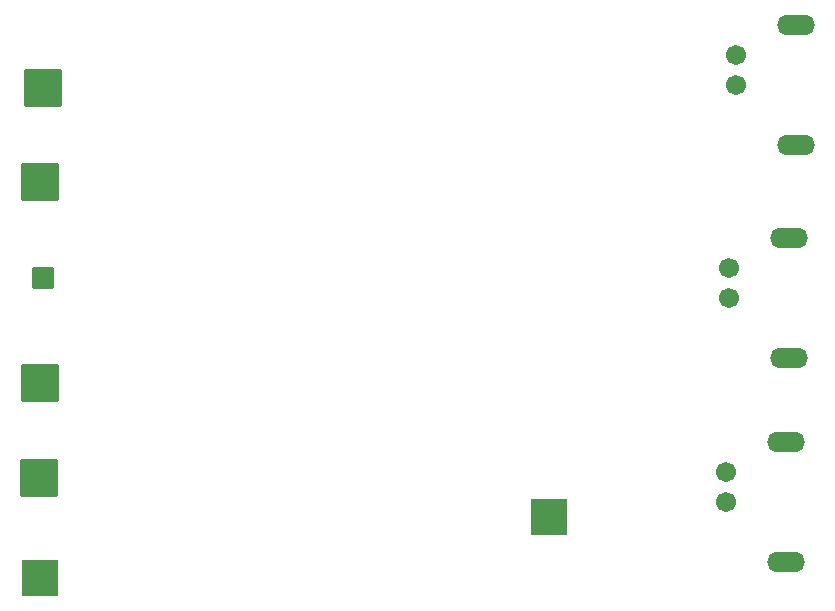
<source format=gbs>
G04 Layer: BottomSolderMaskLayer*
G04 EasyEDA v6.5.40, 2024-07-22 10:49:34*
G04 Gerber Generator version 0.2*
G04 Scale: 100 percent, Rotated: No, Reflected: No *
G04 Dimensions in inches *
G04 leading zeros omitted , absolute positions ,3 integer and 6 decimal *
%FSLAX36Y36*%
%MOIN*%

%AMMACRO1*1,1,$1,$2,$3*1,1,$1,$4,$5*1,1,$1,0-$2,0-$3*1,1,$1,0-$4,0-$5*20,1,$1,$2,$3,$4,$5,0*20,1,$1,$4,$5,0-$2,0-$3,0*20,1,$1,0-$2,0-$3,0-$4,0-$5,0*20,1,$1,0-$4,0-$5,$2,$3,0*4,1,4,$2,$3,$4,$5,0-$2,0-$3,0-$4,0-$5,$2,$3,0*%
%ADD10C,0.0670*%
%ADD11O,0.12611X0.067055*%
%ADD12MACRO1,0.004X-0.0591X0.0591X0.0591X0.0591*%
%ADD13MACRO1,0.008X-0.0315X0.0315X0.0315X0.0315*%
%ADD14MACRO1,0.008X-0.0591X0.0591X0.0591X0.0591*%

%LPD*%
D10*
G01*
X2475000Y-345000D03*
G01*
X2475000Y-245000D03*
D11*
G01*
X2675000Y-545000D03*
G01*
X2675000Y-145000D03*
D10*
G01*
X2450000Y-1055000D03*
G01*
X2450000Y-955000D03*
D11*
G01*
X2650000Y-1255000D03*
G01*
X2650000Y-855000D03*
D10*
G01*
X2440000Y-1735000D03*
G01*
X2440000Y-1635000D03*
D11*
G01*
X2640000Y-1935000D03*
G01*
X2640000Y-1535000D03*
D12*
G01*
X155000Y-1990000D03*
G01*
X1850000Y-1785000D03*
D13*
G01*
X165000Y-990000D03*
D14*
G01*
X165000Y-355000D03*
G01*
X155000Y-670000D03*
G01*
X155000Y-1340000D03*
G01*
X150000Y-1655000D03*
M02*

</source>
